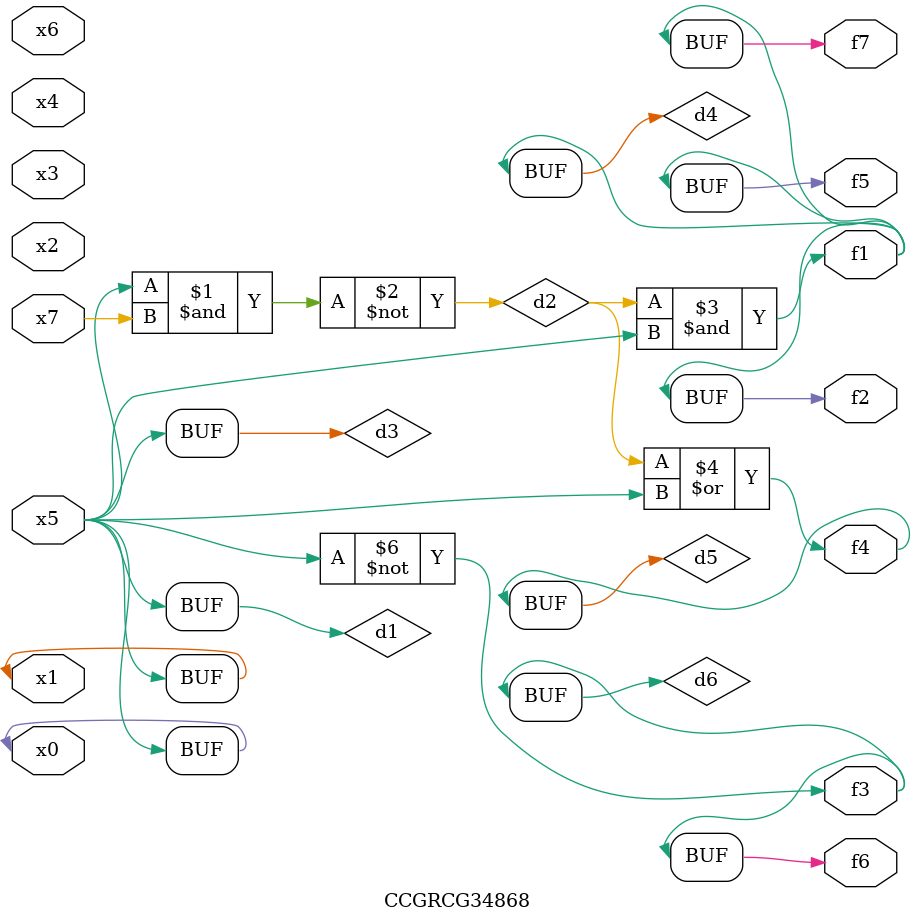
<source format=v>
module CCGRCG34868(
	input x0, x1, x2, x3, x4, x5, x6, x7,
	output f1, f2, f3, f4, f5, f6, f7
);

	wire d1, d2, d3, d4, d5, d6;

	buf (d1, x0, x5);
	nand (d2, x5, x7);
	buf (d3, x0, x1);
	and (d4, d2, d3);
	or (d5, d2, d3);
	nor (d6, d1, d3);
	assign f1 = d4;
	assign f2 = d4;
	assign f3 = d6;
	assign f4 = d5;
	assign f5 = d4;
	assign f6 = d6;
	assign f7 = d4;
endmodule

</source>
